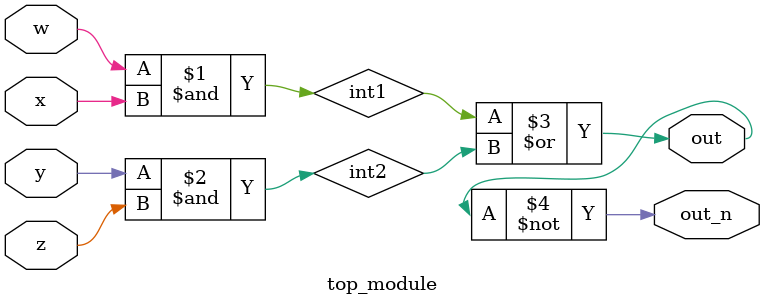
<source format=v>
`default_nettype none
module top_module(
    input w,
    input x,
    input y,
    input z,
    output out,
    output out_n   ); 
	
    wire int1,int2;
    
    assign int1 = w&x;
    assign int2 = y&z;
    assign out = int1|int2;
    assign out_n = ~out;
    
endmodule

</source>
